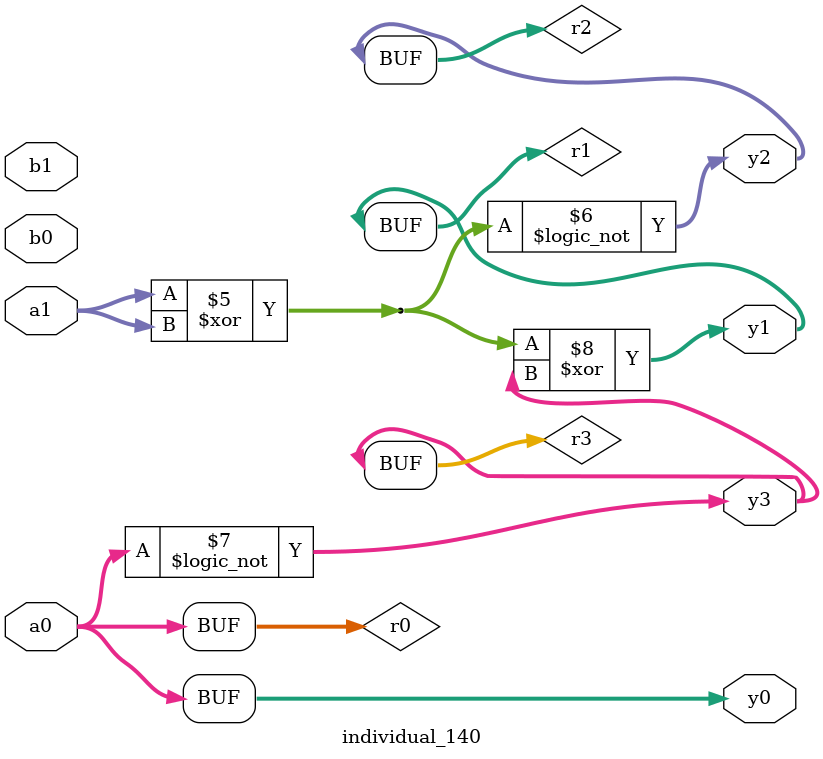
<source format=sv>
module individual_140(input logic [15:0] a1, input logic [15:0] a0, input logic [15:0] b1, input logic [15:0] b0, output logic [15:0] y3, output logic [15:0] y2, output logic [15:0] y1, output logic [15:0] y0);
logic [15:0] r0, r1, r2, r3; 
 always@(*) begin 
	 r0 = a0; r1 = a1; r2 = b0; r3 = b1; 
 	 r3  |=  a1 ;
 	 r2  |=  b1 ;
 	 r3  &=  a1 ;
 	 r1  ^=  a1 ;
 	 r2 = ! r1 ;
 	 r3 = ! a0 ;
 	 r1  ^=  r3 ;
 	 y3 = r3; y2 = r2; y1 = r1; y0 = r0; 
end
endmodule
</source>
